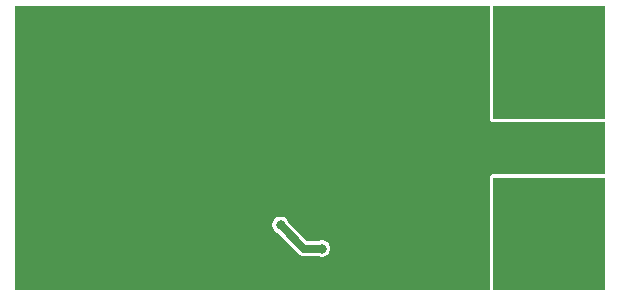
<source format=gbr>
%FSTAX23Y23*%
%MOIN*%
%SFA1B1*%

%IPPOS*%
%ADD28C,0.027559*%
%ADD30C,0.031496*%
%LNbuck-converter_copper_signal_bot-1*%
%LPD*%
G36*
X01988Y0059D02*
X01614D01*
Y00964*
X01988*
Y0059*
G37*
G36*
Y00019D02*
X01614D01*
Y00393*
X01988*
Y00019*
G37*
G36*
X01602Y0059D02*
X01603Y00585D01*
X01605Y00582*
X01609Y00579*
X01614Y00578*
X01988*
Y00405*
X01614*
X01609Y00404*
X01605Y00402*
X01603Y00398*
X01602Y00393*
Y00019*
X00019*
Y00964*
X01602*
Y0059*
G37*
%LNbuck-converter_copper_signal_bot-2*%
%LPC*%
G36*
X00909Y00263D02*
X00901D01*
X00894Y00261*
X00888Y00258*
X00883Y00253*
X00879Y00246*
X00877Y00239*
Y00232*
X00879Y00225*
X00883Y00219*
X00888Y00214*
X00894Y0021*
X00966Y00139*
X00971Y00135*
X00975Y00133*
X00977Y00132*
X00984Y00131*
X01033*
X01039Y00129*
X01046*
X01053Y00131*
X0106Y00135*
X01065Y0014*
X01068Y00146*
X0107Y00153*
Y00161*
X01068Y00168*
X01065Y00174*
X0106Y00179*
X01053Y00183*
X01046Y00185*
X01039*
X01033Y00183*
X00994*
X0093Y00247*
X00927Y00253*
X00922Y00258*
X00916Y00261*
X00909Y00263*
G37*
%LNbuck-converter_copper_signal_bot-3*%
%LPD*%
G54D28*
X00984Y00157D02*
X01043D01*
X00905Y00236D02*
X00984Y00157D01*
G54D30*
X01313Y00236D03*
X01289Y00187D03*
X00501Y00383D03*
X00477Y00433D03*
X00452Y00383D03*
X00477Y00334D03*
X00428Y00433D03*
Y00334D03*
X00378Y00433D03*
Y00334D03*
X00329D03*
X00255Y00383D03*
X0028Y00334D03*
X00231D03*
X00182D03*
X00816Y00462D03*
X00137Y00629D03*
X00905Y00236D03*
X01043Y00157D03*
X01653Y00059D03*
X01948Y00078D03*
Y00354D03*
X01653Y00925D03*
X01948D03*
Y00649D03*
M02*
</source>
